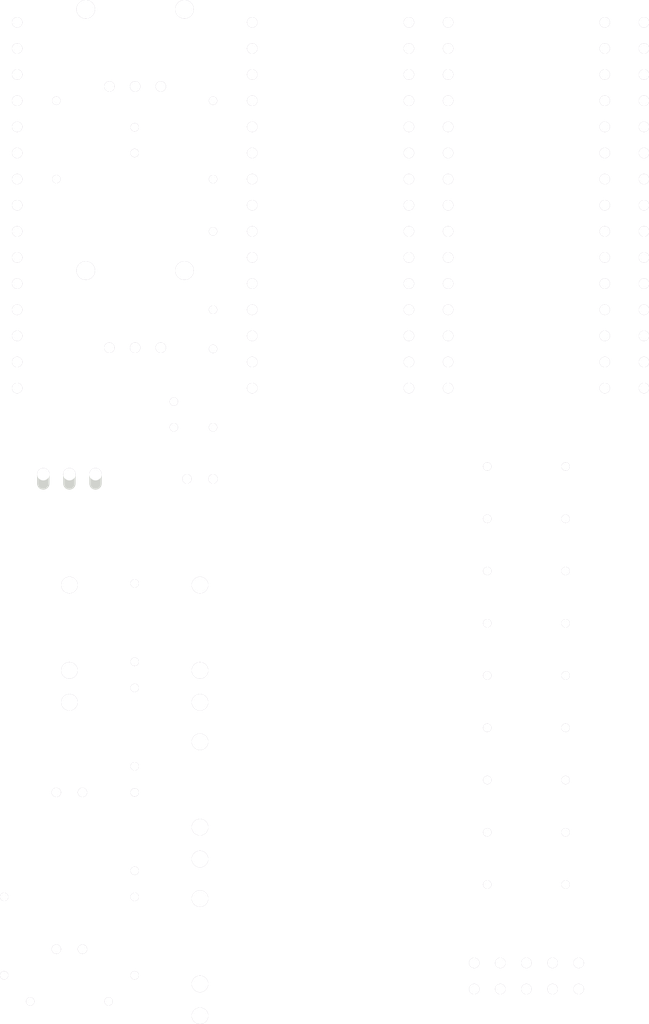
<source format=kicad_pcb>
(kicad_pcb (version 4) (generator "gerbview") (generator_version "8.0")

  (layers 
    (0 F.Cu signal)
    (31 B.Cu signal)
    (32 B.Adhes user)
    (33 F.Adhes user)
    (34 B.Paste user)
    (35 F.Paste user)
    (36 B.SilkS user)
    (37 F.SilkS user)
    (38 B.Mask user)
    (39 F.Mask user)
    (40 Dwgs.User user)
    (41 Cmts.User user)
    (42 Eco1.User user)
    (43 Eco2.User user)
    (44 Edge.Cuts user)
  )

(gr_circle (center 129.54 130.74142) (end 129.94005 130.74142)(layer Edge.Cuts) (width 0) (fill solid) )
(gr_circle (center 129.54 138.36142) (end 129.94005 138.36142)(layer Edge.Cuts) (width 0) (fill solid) )
(gr_circle (center 132.08 140.90142) (end 132.48005 140.90142)(layer Edge.Cuts) (width 0) (fill solid) )
(gr_circle (center 134.62 53.34) (end 135.02005 53.34)(layer Edge.Cuts) (width 0) (fill solid) )
(gr_circle (center 134.62 60.96) (end 135.02005 60.96)(layer Edge.Cuts) (width 0) (fill solid) )
(gr_circle (center 139.7 140.90142) (end 140.10005 140.90142)(layer Edge.Cuts) (width 0) (fill solid) )
(gr_circle (center 142.24 55.92064) (end 142.64005 55.92064)(layer Edge.Cuts) (width 0) (fill solid) )
(gr_circle (center 142.24 58.42) (end 142.64005 58.42)(layer Edge.Cuts) (width 0) (fill solid) )
(gr_circle (center 142.24 100.26142) (end 142.64005 100.26142)(layer Edge.Cuts) (width 0) (fill solid) )
(gr_circle (center 142.24 107.88142) (end 142.64005 107.88142)(layer Edge.Cuts) (width 0) (fill solid) )
(gr_circle (center 142.24 110.42142) (end 142.64005 110.42142)(layer Edge.Cuts) (width 0) (fill solid) )
(gr_circle (center 142.24 118.04142) (end 142.64005 118.04142)(layer Edge.Cuts) (width 0) (fill solid) )
(gr_circle (center 142.24 120.58142) (end 142.64005 120.58142)(layer Edge.Cuts) (width 0) (fill solid) )
(gr_circle (center 142.24 128.20142) (end 142.64005 128.20142)(layer Edge.Cuts) (width 0) (fill solid) )
(gr_circle (center 142.24 130.74142) (end 142.64005 130.74142)(layer Edge.Cuts) (width 0) (fill solid) )
(gr_circle (center 142.24 138.36142) (end 142.64005 138.36142)(layer Edge.Cuts) (width 0) (fill solid) )
(gr_circle (center 146.05 82.59064) (end 146.45005 82.59064)(layer Edge.Cuts) (width 0) (fill solid) )
(gr_circle (center 146.05 85.09) (end 146.45005 85.09)(layer Edge.Cuts) (width 0) (fill solid) )
(gr_circle (center 149.86 53.34) (end 150.26005 53.34)(layer Edge.Cuts) (width 0) (fill solid) )
(gr_circle (center 149.86 60.96) (end 150.26005 60.96)(layer Edge.Cuts) (width 0) (fill solid) )
(gr_circle (center 149.86 66.04) (end 150.26005 66.04)(layer Edge.Cuts) (width 0) (fill solid) )
(gr_circle (center 149.86 73.66) (end 150.26005 73.66)(layer Edge.Cuts) (width 0) (fill solid) )
(gr_circle (center 149.86 77.47) (end 150.26005 77.47)(layer Edge.Cuts) (width 0) (fill solid) )
(gr_circle (center 149.86 85.09) (end 150.26005 85.09)(layer Edge.Cuts) (width 0) (fill solid) )
(gr_circle (center 176.53 88.9) (end 176.93005 88.9)(layer Edge.Cuts) (width 0) (fill solid) )
(gr_circle (center 176.53 93.98) (end 176.93005 93.98)(layer Edge.Cuts) (width 0) (fill solid) )
(gr_circle (center 176.53 99.06) (end 176.93005 99.06)(layer Edge.Cuts) (width 0) (fill solid) )
(gr_circle (center 176.53 104.14) (end 176.93005 104.14)(layer Edge.Cuts) (width 0) (fill solid) )
(gr_circle (center 176.53 109.22) (end 176.93005 109.22)(layer Edge.Cuts) (width 0) (fill solid) )
(gr_circle (center 176.53 114.3) (end 176.93005 114.3)(layer Edge.Cuts) (width 0) (fill solid) )
(gr_circle (center 176.53 119.38) (end 176.93005 119.38)(layer Edge.Cuts) (width 0) (fill solid) )
(gr_circle (center 176.53 124.46) (end 176.93005 124.46)(layer Edge.Cuts) (width 0) (fill solid) )
(gr_circle (center 176.53 129.54) (end 176.93005 129.54)(layer Edge.Cuts) (width 0) (fill solid) )
(gr_circle (center 184.15 88.9) (end 184.55005 88.9)(layer Edge.Cuts) (width 0) (fill solid) )
(gr_circle (center 184.15 93.98) (end 184.55005 93.98)(layer Edge.Cuts) (width 0) (fill solid) )
(gr_circle (center 184.15 99.06) (end 184.55005 99.06)(layer Edge.Cuts) (width 0) (fill solid) )
(gr_circle (center 184.15 104.14) (end 184.55005 104.14)(layer Edge.Cuts) (width 0) (fill solid) )
(gr_circle (center 184.15 109.22) (end 184.55005 109.22)(layer Edge.Cuts) (width 0) (fill solid) )
(gr_circle (center 184.15 114.3) (end 184.55005 114.3)(layer Edge.Cuts) (width 0) (fill solid) )
(gr_circle (center 184.15 119.38) (end 184.55005 119.38)(layer Edge.Cuts) (width 0) (fill solid) )
(gr_circle (center 184.15 124.46) (end 184.55005 124.46)(layer Edge.Cuts) (width 0) (fill solid) )
(gr_circle (center 184.15 129.54) (end 184.55005 129.54)(layer Edge.Cuts) (width 0) (fill solid) )
(gr_circle (center 134.62 120.58142) (end 135.06958 120.58142)(layer Edge.Cuts) (width 0) (fill solid) )
(gr_circle (center 134.62 135.82142) (end 135.06958 135.82142)(layer Edge.Cuts) (width 0) (fill solid) )
(gr_circle (center 137.16 120.58142) (end 137.60958 120.58142)(layer Edge.Cuts) (width 0) (fill solid) )
(gr_circle (center 137.16 135.82142) (end 137.60958 135.82142)(layer Edge.Cuts) (width 0) (fill solid) )
(gr_circle (center 147.32 90.10142) (end 147.76958 90.10142)(layer Edge.Cuts) (width 0) (fill solid) )
(gr_circle (center 149.86 90.10142) (end 150.30958 90.10142)(layer Edge.Cuts) (width 0) (fill solid) )
(gr_circle (center 130.81 45.72) (end 131.31038 45.72)(layer Edge.Cuts) (width 0) (fill solid) )
(gr_circle (center 130.81 48.26) (end 131.31038 48.26)(layer Edge.Cuts) (width 0) (fill solid) )
(gr_circle (center 130.81 50.8) (end 131.31038 50.8)(layer Edge.Cuts) (width 0) (fill solid) )
(gr_circle (center 130.81 53.34) (end 131.31038 53.34)(layer Edge.Cuts) (width 0) (fill solid) )
(gr_circle (center 130.81 55.88) (end 131.31038 55.88)(layer Edge.Cuts) (width 0) (fill solid) )
(gr_circle (center 130.81 58.42) (end 131.31038 58.42)(layer Edge.Cuts) (width 0) (fill solid) )
(gr_circle (center 130.81 60.96) (end 131.31038 60.96)(layer Edge.Cuts) (width 0) (fill solid) )
(gr_circle (center 130.81 63.5) (end 131.31038 63.5)(layer Edge.Cuts) (width 0) (fill solid) )
(gr_circle (center 130.81 66.04) (end 131.31038 66.04)(layer Edge.Cuts) (width 0) (fill solid) )
(gr_circle (center 130.81 68.58) (end 131.31038 68.58)(layer Edge.Cuts) (width 0) (fill solid) )
(gr_circle (center 130.81 71.12) (end 131.31038 71.12)(layer Edge.Cuts) (width 0) (fill solid) )
(gr_circle (center 130.81 73.66) (end 131.31038 73.66)(layer Edge.Cuts) (width 0) (fill solid) )
(gr_circle (center 130.81 76.2) (end 131.31038 76.2)(layer Edge.Cuts) (width 0) (fill solid) )
(gr_circle (center 130.81 78.74) (end 131.31038 78.74)(layer Edge.Cuts) (width 0) (fill solid) )
(gr_circle (center 130.81 81.28) (end 131.31038 81.28)(layer Edge.Cuts) (width 0) (fill solid) )
(gr_circle (center 139.77874 51.95062) (end 140.27912 51.95062)(layer Edge.Cuts) (width 0) (fill solid) )
(gr_circle (center 139.77874 77.35062) (end 140.27912 77.35062)(layer Edge.Cuts) (width 0) (fill solid) )
(gr_circle (center 142.28064 51.95062) (end 142.78102 51.95062)(layer Edge.Cuts) (width 0) (fill solid) )
(gr_circle (center 142.28064 77.35062) (end 142.78102 77.35062)(layer Edge.Cuts) (width 0) (fill solid) )
(gr_circle (center 144.78 51.95062) (end 145.28038 51.95062)(layer Edge.Cuts) (width 0) (fill solid) )
(gr_circle (center 144.78 77.35062) (end 145.28038 77.35062)(layer Edge.Cuts) (width 0) (fill solid) )
(gr_circle (center 153.67 45.72) (end 154.17038 45.72)(layer Edge.Cuts) (width 0) (fill solid) )
(gr_circle (center 153.67 48.26) (end 154.17038 48.26)(layer Edge.Cuts) (width 0) (fill solid) )
(gr_circle (center 153.67 50.8) (end 154.17038 50.8)(layer Edge.Cuts) (width 0) (fill solid) )
(gr_circle (center 153.67 53.34) (end 154.17038 53.34)(layer Edge.Cuts) (width 0) (fill solid) )
(gr_circle (center 153.67 55.88) (end 154.17038 55.88)(layer Edge.Cuts) (width 0) (fill solid) )
(gr_circle (center 153.67 58.42) (end 154.17038 58.42)(layer Edge.Cuts) (width 0) (fill solid) )
(gr_circle (center 153.67 60.96) (end 154.17038 60.96)(layer Edge.Cuts) (width 0) (fill solid) )
(gr_circle (center 153.67 63.5) (end 154.17038 63.5)(layer Edge.Cuts) (width 0) (fill solid) )
(gr_circle (center 153.67 66.04) (end 154.17038 66.04)(layer Edge.Cuts) (width 0) (fill solid) )
(gr_circle (center 153.67 68.58) (end 154.17038 68.58)(layer Edge.Cuts) (width 0) (fill solid) )
(gr_circle (center 153.67 71.12) (end 154.17038 71.12)(layer Edge.Cuts) (width 0) (fill solid) )
(gr_circle (center 153.67 73.66) (end 154.17038 73.66)(layer Edge.Cuts) (width 0) (fill solid) )
(gr_circle (center 153.67 76.2) (end 154.17038 76.2)(layer Edge.Cuts) (width 0) (fill solid) )
(gr_circle (center 153.67 78.74) (end 154.17038 78.74)(layer Edge.Cuts) (width 0) (fill solid) )
(gr_circle (center 153.67 81.28) (end 154.17038 81.28)(layer Edge.Cuts) (width 0) (fill solid) )
(gr_circle (center 168.91 45.72) (end 169.41038 45.72)(layer Edge.Cuts) (width 0) (fill solid) )
(gr_circle (center 168.91 48.26) (end 169.41038 48.26)(layer Edge.Cuts) (width 0) (fill solid) )
(gr_circle (center 168.91 50.8) (end 169.41038 50.8)(layer Edge.Cuts) (width 0) (fill solid) )
(gr_circle (center 168.91 53.34) (end 169.41038 53.34)(layer Edge.Cuts) (width 0) (fill solid) )
(gr_circle (center 168.91 55.88) (end 169.41038 55.88)(layer Edge.Cuts) (width 0) (fill solid) )
(gr_circle (center 168.91 58.42) (end 169.41038 58.42)(layer Edge.Cuts) (width 0) (fill solid) )
(gr_circle (center 168.91 60.96) (end 169.41038 60.96)(layer Edge.Cuts) (width 0) (fill solid) )
(gr_circle (center 168.91 63.5) (end 169.41038 63.5)(layer Edge.Cuts) (width 0) (fill solid) )
(gr_circle (center 168.91 66.04) (end 169.41038 66.04)(layer Edge.Cuts) (width 0) (fill solid) )
(gr_circle (center 168.91 68.58) (end 169.41038 68.58)(layer Edge.Cuts) (width 0) (fill solid) )
(gr_circle (center 168.91 71.12) (end 169.41038 71.12)(layer Edge.Cuts) (width 0) (fill solid) )
(gr_circle (center 168.91 73.66) (end 169.41038 73.66)(layer Edge.Cuts) (width 0) (fill solid) )
(gr_circle (center 168.91 76.2) (end 169.41038 76.2)(layer Edge.Cuts) (width 0) (fill solid) )
(gr_circle (center 168.91 78.74) (end 169.41038 78.74)(layer Edge.Cuts) (width 0) (fill solid) )
(gr_circle (center 168.91 81.28) (end 169.41038 81.28)(layer Edge.Cuts) (width 0) (fill solid) )
(gr_circle (center 172.72 45.72) (end 173.22038 45.72)(layer Edge.Cuts) (width 0) (fill solid) )
(gr_circle (center 172.72 48.26) (end 173.22038 48.26)(layer Edge.Cuts) (width 0) (fill solid) )
(gr_circle (center 172.72 50.8) (end 173.22038 50.8)(layer Edge.Cuts) (width 0) (fill solid) )
(gr_circle (center 172.72 53.34) (end 173.22038 53.34)(layer Edge.Cuts) (width 0) (fill solid) )
(gr_circle (center 172.72 55.88) (end 173.22038 55.88)(layer Edge.Cuts) (width 0) (fill solid) )
(gr_circle (center 172.72 58.42) (end 173.22038 58.42)(layer Edge.Cuts) (width 0) (fill solid) )
(gr_circle (center 172.72 60.96) (end 173.22038 60.96)(layer Edge.Cuts) (width 0) (fill solid) )
(gr_circle (center 172.72 63.5) (end 173.22038 63.5)(layer Edge.Cuts) (width 0) (fill solid) )
(gr_circle (center 172.72 66.04) (end 173.22038 66.04)(layer Edge.Cuts) (width 0) (fill solid) )
(gr_circle (center 172.72 68.58) (end 173.22038 68.58)(layer Edge.Cuts) (width 0) (fill solid) )
(gr_circle (center 172.72 71.12) (end 173.22038 71.12)(layer Edge.Cuts) (width 0) (fill solid) )
(gr_circle (center 172.72 73.66) (end 173.22038 73.66)(layer Edge.Cuts) (width 0) (fill solid) )
(gr_circle (center 172.72 76.2) (end 173.22038 76.2)(layer Edge.Cuts) (width 0) (fill solid) )
(gr_circle (center 172.72 78.74) (end 173.22038 78.74)(layer Edge.Cuts) (width 0) (fill solid) )
(gr_circle (center 172.72 81.28) (end 173.22038 81.28)(layer Edge.Cuts) (width 0) (fill solid) )
(gr_circle (center 175.26 137.16) (end 175.76038 137.16)(layer Edge.Cuts) (width 0) (fill solid) )
(gr_circle (center 175.26 139.7) (end 175.76038 139.7)(layer Edge.Cuts) (width 0) (fill solid) )
(gr_circle (center 177.8 137.16) (end 178.30038 137.16)(layer Edge.Cuts) (width 0) (fill solid) )
(gr_circle (center 177.8 139.7) (end 178.30038 139.7)(layer Edge.Cuts) (width 0) (fill solid) )
(gr_circle (center 180.34 137.16) (end 180.84038 137.16)(layer Edge.Cuts) (width 0) (fill solid) )
(gr_circle (center 180.34 139.7) (end 180.84038 139.7)(layer Edge.Cuts) (width 0) (fill solid) )
(gr_circle (center 182.88 137.16) (end 183.38038 137.16)(layer Edge.Cuts) (width 0) (fill solid) )
(gr_circle (center 182.88 139.7) (end 183.38038 139.7)(layer Edge.Cuts) (width 0) (fill solid) )
(gr_circle (center 185.42 137.16) (end 185.92038 137.16)(layer Edge.Cuts) (width 0) (fill solid) )
(gr_circle (center 185.42 139.7) (end 185.92038 139.7)(layer Edge.Cuts) (width 0) (fill solid) )
(gr_circle (center 187.96 45.72) (end 188.46038 45.72)(layer Edge.Cuts) (width 0) (fill solid) )
(gr_circle (center 187.96 48.26) (end 188.46038 48.26)(layer Edge.Cuts) (width 0) (fill solid) )
(gr_circle (center 187.96 50.8) (end 188.46038 50.8)(layer Edge.Cuts) (width 0) (fill solid) )
(gr_circle (center 187.96 53.34) (end 188.46038 53.34)(layer Edge.Cuts) (width 0) (fill solid) )
(gr_circle (center 187.96 55.88) (end 188.46038 55.88)(layer Edge.Cuts) (width 0) (fill solid) )
(gr_circle (center 187.96 58.42) (end 188.46038 58.42)(layer Edge.Cuts) (width 0) (fill solid) )
(gr_circle (center 187.96 60.96) (end 188.46038 60.96)(layer Edge.Cuts) (width 0) (fill solid) )
(gr_circle (center 187.96 63.5) (end 188.46038 63.5)(layer Edge.Cuts) (width 0) (fill solid) )
(gr_circle (center 187.96 66.04) (end 188.46038 66.04)(layer Edge.Cuts) (width 0) (fill solid) )
(gr_circle (center 187.96 68.58) (end 188.46038 68.58)(layer Edge.Cuts) (width 0) (fill solid) )
(gr_circle (center 187.96 71.12) (end 188.46038 71.12)(layer Edge.Cuts) (width 0) (fill solid) )
(gr_circle (center 187.96 73.66) (end 188.46038 73.66)(layer Edge.Cuts) (width 0) (fill solid) )
(gr_circle (center 187.96 76.2) (end 188.46038 76.2)(layer Edge.Cuts) (width 0) (fill solid) )
(gr_circle (center 187.96 78.74) (end 188.46038 78.74)(layer Edge.Cuts) (width 0) (fill solid) )
(gr_circle (center 187.96 81.28) (end 188.46038 81.28)(layer Edge.Cuts) (width 0) (fill solid) )
(gr_circle (center 191.77 45.72) (end 192.27038 45.72)(layer Edge.Cuts) (width 0) (fill solid) )
(gr_circle (center 191.77 48.26) (end 192.27038 48.26)(layer Edge.Cuts) (width 0) (fill solid) )
(gr_circle (center 191.77 50.8) (end 192.27038 50.8)(layer Edge.Cuts) (width 0) (fill solid) )
(gr_circle (center 191.77 53.34) (end 192.27038 53.34)(layer Edge.Cuts) (width 0) (fill solid) )
(gr_circle (center 191.77 55.88) (end 192.27038 55.88)(layer Edge.Cuts) (width 0) (fill solid) )
(gr_circle (center 191.77 58.42) (end 192.27038 58.42)(layer Edge.Cuts) (width 0) (fill solid) )
(gr_circle (center 191.77 60.96) (end 192.27038 60.96)(layer Edge.Cuts) (width 0) (fill solid) )
(gr_circle (center 191.77 63.5) (end 192.27038 63.5)(layer Edge.Cuts) (width 0) (fill solid) )
(gr_circle (center 191.77 66.04) (end 192.27038 66.04)(layer Edge.Cuts) (width 0) (fill solid) )
(gr_circle (center 191.77 68.58) (end 192.27038 68.58)(layer Edge.Cuts) (width 0) (fill solid) )
(gr_circle (center 191.77 71.12) (end 192.27038 71.12)(layer Edge.Cuts) (width 0) (fill solid) )
(gr_circle (center 191.77 73.66) (end 192.27038 73.66)(layer Edge.Cuts) (width 0) (fill solid) )
(gr_circle (center 191.77 76.2) (end 192.27038 76.2)(layer Edge.Cuts) (width 0) (fill solid) )
(gr_circle (center 191.77 78.74) (end 192.27038 78.74)(layer Edge.Cuts) (width 0) (fill solid) )
(gr_circle (center 191.77 81.28) (end 192.27038 81.28)(layer Edge.Cuts) (width 0) (fill solid) )
(gr_circle (center 135.89 100.42144) (end 136.6901 100.42144)(layer Edge.Cuts) (width 0) (fill solid) )
(gr_circle (center 135.89 108.72216) (end 136.6901 108.72216)(layer Edge.Cuts) (width 0) (fill solid) )
(gr_circle (center 135.89 111.82096) (end 136.6901 111.82096)(layer Edge.Cuts) (width 0) (fill solid) )
(gr_circle (center 148.59 100.42144) (end 149.3901 100.42144)(layer Edge.Cuts) (width 0) (fill solid) )
(gr_circle (center 148.59 108.72216) (end 149.3901 108.72216)(layer Edge.Cuts) (width 0) (fill solid) )
(gr_circle (center 148.59 111.82096) (end 149.3901 111.82096)(layer Edge.Cuts) (width 0) (fill solid) )
(gr_circle (center 148.59 115.66144) (end 149.3901 115.66144)(layer Edge.Cuts) (width 0) (fill solid) )
(gr_circle (center 148.59 123.96216) (end 149.3901 123.96216)(layer Edge.Cuts) (width 0) (fill solid) )
(gr_circle (center 148.59 127.06096) (end 149.3901 127.06096)(layer Edge.Cuts) (width 0) (fill solid) )
(gr_circle (center 148.59 130.90144) (end 149.3901 130.90144)(layer Edge.Cuts) (width 0) (fill solid) )
(gr_circle (center 148.59 139.20216) (end 149.3901 139.20216)(layer Edge.Cuts) (width 0) (fill solid) )
(gr_circle (center 148.59 142.30096) (end 149.3901 142.30096)(layer Edge.Cuts) (width 0) (fill solid) )
(gr_circle (center 137.48004 44.45) (end 138.38047 44.45)(layer Edge.Cuts) (width 0) (fill solid) )
(gr_circle (center 137.48004 69.85) (end 138.38047 69.85)(layer Edge.Cuts) (width 0) (fill solid) )
(gr_circle (center 147.08124 44.45) (end 147.98167 44.45)(layer Edge.Cuts) (width 0) (fill solid) )
(gr_circle (center 147.08124 69.85) (end 147.98167 69.85)(layer Edge.Cuts) (width 0) (fill solid) )
(gr_line (start 133.35 89.65184) (end 133.35 90.551) (layer Edge.Cuts) (width 1.19888))
(gr_line (start 135.89 89.65184) (end 135.89 90.551) (layer Edge.Cuts) (width 1.19888))
(gr_line (start 138.43 89.65184) (end 138.43 90.551) (layer Edge.Cuts) (width 1.19888))
 (via (at 129.54 130.74142) (size 0.80011) (drill 0.8001) (layers F.Cu B.Cu))
 (via (at 129.54 138.36142) (size 0.80011) (drill 0.8001) (layers F.Cu B.Cu))
 (via (at 132.08 140.90142) (size 0.80011) (drill 0.8001) (layers F.Cu B.Cu))
 (via (at 134.62 53.34) (size 0.80011) (drill 0.8001) (layers F.Cu B.Cu))
 (via (at 134.62 60.96) (size 0.80011) (drill 0.8001) (layers F.Cu B.Cu))
 (via (at 139.7 140.90142) (size 0.80011) (drill 0.8001) (layers F.Cu B.Cu))
 (via (at 142.24 55.92064) (size 0.80011) (drill 0.8001) (layers F.Cu B.Cu))
 (via (at 142.24 58.42) (size 0.80011) (drill 0.8001) (layers F.Cu B.Cu))
 (via (at 142.24 100.26142) (size 0.80011) (drill 0.8001) (layers F.Cu B.Cu))
 (via (at 142.24 107.88142) (size 0.80011) (drill 0.8001) (layers F.Cu B.Cu))
 (via (at 142.24 110.42142) (size 0.80011) (drill 0.8001) (layers F.Cu B.Cu))
 (via (at 142.24 118.04142) (size 0.80011) (drill 0.8001) (layers F.Cu B.Cu))
 (via (at 142.24 120.58142) (size 0.80011) (drill 0.8001) (layers F.Cu B.Cu))
 (via (at 142.24 128.20142) (size 0.80011) (drill 0.8001) (layers F.Cu B.Cu))
 (via (at 142.24 130.74142) (size 0.80011) (drill 0.8001) (layers F.Cu B.Cu))
 (via (at 142.24 138.36142) (size 0.80011) (drill 0.8001) (layers F.Cu B.Cu))
 (via (at 146.05 82.59064) (size 0.80011) (drill 0.8001) (layers F.Cu B.Cu))
 (via (at 146.05 85.09) (size 0.80011) (drill 0.8001) (layers F.Cu B.Cu))
 (via (at 149.86 53.34) (size 0.80011) (drill 0.8001) (layers F.Cu B.Cu))
 (via (at 149.86 60.96) (size 0.80011) (drill 0.8001) (layers F.Cu B.Cu))
 (via (at 149.86 66.04) (size 0.80011) (drill 0.8001) (layers F.Cu B.Cu))
 (via (at 149.86 73.66) (size 0.80011) (drill 0.8001) (layers F.Cu B.Cu))
 (via (at 149.86 77.47) (size 0.80011) (drill 0.8001) (layers F.Cu B.Cu))
 (via (at 149.86 85.09) (size 0.80011) (drill 0.8001) (layers F.Cu B.Cu))
 (via (at 176.53 88.9) (size 0.80011) (drill 0.8001) (layers F.Cu B.Cu))
 (via (at 176.53 93.98) (size 0.80011) (drill 0.8001) (layers F.Cu B.Cu))
 (via (at 176.53 99.06) (size 0.80011) (drill 0.8001) (layers F.Cu B.Cu))
 (via (at 176.53 104.14) (size 0.80011) (drill 0.8001) (layers F.Cu B.Cu))
 (via (at 176.53 109.22) (size 0.80011) (drill 0.8001) (layers F.Cu B.Cu))
 (via (at 176.53 114.3) (size 0.80011) (drill 0.8001) (layers F.Cu B.Cu))
 (via (at 176.53 119.38) (size 0.80011) (drill 0.8001) (layers F.Cu B.Cu))
 (via (at 176.53 124.46) (size 0.80011) (drill 0.8001) (layers F.Cu B.Cu))
 (via (at 176.53 129.54) (size 0.80011) (drill 0.8001) (layers F.Cu B.Cu))
 (via (at 184.15 88.9) (size 0.80011) (drill 0.8001) (layers F.Cu B.Cu))
 (via (at 184.15 93.98) (size 0.80011) (drill 0.8001) (layers F.Cu B.Cu))
 (via (at 184.15 99.06) (size 0.80011) (drill 0.8001) (layers F.Cu B.Cu))
 (via (at 184.15 104.14) (size 0.80011) (drill 0.8001) (layers F.Cu B.Cu))
 (via (at 184.15 109.22) (size 0.80011) (drill 0.8001) (layers F.Cu B.Cu))
 (via (at 184.15 114.3) (size 0.80011) (drill 0.8001) (layers F.Cu B.Cu))
 (via (at 184.15 119.38) (size 0.80011) (drill 0.8001) (layers F.Cu B.Cu))
 (via (at 184.15 124.46) (size 0.80011) (drill 0.8001) (layers F.Cu B.Cu))
 (via (at 184.15 129.54) (size 0.80011) (drill 0.8001) (layers F.Cu B.Cu))
 (via (at 134.62 120.58142) (size 0.89917) (drill 0.89916) (layers F.Cu B.Cu))
 (via (at 134.62 135.82142) (size 0.89917) (drill 0.89916) (layers F.Cu B.Cu))
 (via (at 137.16 120.58142) (size 0.89917) (drill 0.89916) (layers F.Cu B.Cu))
 (via (at 137.16 135.82142) (size 0.89917) (drill 0.89916) (layers F.Cu B.Cu))
 (via (at 147.32 90.10142) (size 0.89917) (drill 0.89916) (layers F.Cu B.Cu))
 (via (at 149.86 90.10142) (size 0.89917) (drill 0.89916) (layers F.Cu B.Cu))
 (via (at 130.81 45.72) (size 1.00077) (drill 1.00076) (layers F.Cu B.Cu))
 (via (at 130.81 48.26) (size 1.00077) (drill 1.00076) (layers F.Cu B.Cu))
 (via (at 130.81 50.8) (size 1.00077) (drill 1.00076) (layers F.Cu B.Cu))
 (via (at 130.81 53.34) (size 1.00077) (drill 1.00076) (layers F.Cu B.Cu))
 (via (at 130.81 55.88) (size 1.00077) (drill 1.00076) (layers F.Cu B.Cu))
 (via (at 130.81 58.42) (size 1.00077) (drill 1.00076) (layers F.Cu B.Cu))
 (via (at 130.81 60.96) (size 1.00077) (drill 1.00076) (layers F.Cu B.Cu))
 (via (at 130.81 63.5) (size 1.00077) (drill 1.00076) (layers F.Cu B.Cu))
 (via (at 130.81 66.04) (size 1.00077) (drill 1.00076) (layers F.Cu B.Cu))
 (via (at 130.81 68.58) (size 1.00077) (drill 1.00076) (layers F.Cu B.Cu))
 (via (at 130.81 71.12) (size 1.00077) (drill 1.00076) (layers F.Cu B.Cu))
 (via (at 130.81 73.66) (size 1.00077) (drill 1.00076) (layers F.Cu B.Cu))
 (via (at 130.81 76.2) (size 1.00077) (drill 1.00076) (layers F.Cu B.Cu))
 (via (at 130.81 78.74) (size 1.00077) (drill 1.00076) (layers F.Cu B.Cu))
 (via (at 130.81 81.28) (size 1.00077) (drill 1.00076) (layers F.Cu B.Cu))
 (via (at 139.77874 51.95062) (size 1.00077) (drill 1.00076) (layers F.Cu B.Cu))
 (via (at 139.77874 77.35062) (size 1.00077) (drill 1.00076) (layers F.Cu B.Cu))
 (via (at 142.28064 51.95062) (size 1.00077) (drill 1.00076) (layers F.Cu B.Cu))
 (via (at 142.28064 77.35062) (size 1.00077) (drill 1.00076) (layers F.Cu B.Cu))
 (via (at 144.78 51.95062) (size 1.00077) (drill 1.00076) (layers F.Cu B.Cu))
 (via (at 144.78 77.35062) (size 1.00077) (drill 1.00076) (layers F.Cu B.Cu))
 (via (at 153.67 45.72) (size 1.00077) (drill 1.00076) (layers F.Cu B.Cu))
 (via (at 153.67 48.26) (size 1.00077) (drill 1.00076) (layers F.Cu B.Cu))
 (via (at 153.67 50.8) (size 1.00077) (drill 1.00076) (layers F.Cu B.Cu))
 (via (at 153.67 53.34) (size 1.00077) (drill 1.00076) (layers F.Cu B.Cu))
 (via (at 153.67 55.88) (size 1.00077) (drill 1.00076) (layers F.Cu B.Cu))
 (via (at 153.67 58.42) (size 1.00077) (drill 1.00076) (layers F.Cu B.Cu))
 (via (at 153.67 60.96) (size 1.00077) (drill 1.00076) (layers F.Cu B.Cu))
 (via (at 153.67 63.5) (size 1.00077) (drill 1.00076) (layers F.Cu B.Cu))
 (via (at 153.67 66.04) (size 1.00077) (drill 1.00076) (layers F.Cu B.Cu))
 (via (at 153.67 68.58) (size 1.00077) (drill 1.00076) (layers F.Cu B.Cu))
 (via (at 153.67 71.12) (size 1.00077) (drill 1.00076) (layers F.Cu B.Cu))
 (via (at 153.67 73.66) (size 1.00077) (drill 1.00076) (layers F.Cu B.Cu))
 (via (at 153.67 76.2) (size 1.00077) (drill 1.00076) (layers F.Cu B.Cu))
 (via (at 153.67 78.74) (size 1.00077) (drill 1.00076) (layers F.Cu B.Cu))
 (via (at 153.67 81.28) (size 1.00077) (drill 1.00076) (layers F.Cu B.Cu))
 (via (at 168.91 45.72) (size 1.00077) (drill 1.00076) (layers F.Cu B.Cu))
 (via (at 168.91 48.26) (size 1.00077) (drill 1.00076) (layers F.Cu B.Cu))
 (via (at 168.91 50.8) (size 1.00077) (drill 1.00076) (layers F.Cu B.Cu))
 (via (at 168.91 53.34) (size 1.00077) (drill 1.00076) (layers F.Cu B.Cu))
 (via (at 168.91 55.88) (size 1.00077) (drill 1.00076) (layers F.Cu B.Cu))
 (via (at 168.91 58.42) (size 1.00077) (drill 1.00076) (layers F.Cu B.Cu))
 (via (at 168.91 60.96) (size 1.00077) (drill 1.00076) (layers F.Cu B.Cu))
 (via (at 168.91 63.5) (size 1.00077) (drill 1.00076) (layers F.Cu B.Cu))
 (via (at 168.91 66.04) (size 1.00077) (drill 1.00076) (layers F.Cu B.Cu))
 (via (at 168.91 68.58) (size 1.00077) (drill 1.00076) (layers F.Cu B.Cu))
 (via (at 168.91 71.12) (size 1.00077) (drill 1.00076) (layers F.Cu B.Cu))
 (via (at 168.91 73.66) (size 1.00077) (drill 1.00076) (layers F.Cu B.Cu))
 (via (at 168.91 76.2) (size 1.00077) (drill 1.00076) (layers F.Cu B.Cu))
 (via (at 168.91 78.74) (size 1.00077) (drill 1.00076) (layers F.Cu B.Cu))
 (via (at 168.91 81.28) (size 1.00077) (drill 1.00076) (layers F.Cu B.Cu))
 (via (at 172.72 45.72) (size 1.00077) (drill 1.00076) (layers F.Cu B.Cu))
 (via (at 172.72 48.26) (size 1.00077) (drill 1.00076) (layers F.Cu B.Cu))
 (via (at 172.72 50.8) (size 1.00077) (drill 1.00076) (layers F.Cu B.Cu))
 (via (at 172.72 53.34) (size 1.00077) (drill 1.00076) (layers F.Cu B.Cu))
 (via (at 172.72 55.88) (size 1.00077) (drill 1.00076) (layers F.Cu B.Cu))
 (via (at 172.72 58.42) (size 1.00077) (drill 1.00076) (layers F.Cu B.Cu))
 (via (at 172.72 60.96) (size 1.00077) (drill 1.00076) (layers F.Cu B.Cu))
 (via (at 172.72 63.5) (size 1.00077) (drill 1.00076) (layers F.Cu B.Cu))
 (via (at 172.72 66.04) (size 1.00077) (drill 1.00076) (layers F.Cu B.Cu))
 (via (at 172.72 68.58) (size 1.00077) (drill 1.00076) (layers F.Cu B.Cu))
 (via (at 172.72 71.12) (size 1.00077) (drill 1.00076) (layers F.Cu B.Cu))
 (via (at 172.72 73.66) (size 1.00077) (drill 1.00076) (layers F.Cu B.Cu))
 (via (at 172.72 76.2) (size 1.00077) (drill 1.00076) (layers F.Cu B.Cu))
 (via (at 172.72 78.74) (size 1.00077) (drill 1.00076) (layers F.Cu B.Cu))
 (via (at 172.72 81.28) (size 1.00077) (drill 1.00076) (layers F.Cu B.Cu))
 (via (at 175.26 137.16) (size 1.00077) (drill 1.00076) (layers F.Cu B.Cu))
 (via (at 175.26 139.7) (size 1.00077) (drill 1.00076) (layers F.Cu B.Cu))
 (via (at 177.8 137.16) (size 1.00077) (drill 1.00076) (layers F.Cu B.Cu))
 (via (at 177.8 139.7) (size 1.00077) (drill 1.00076) (layers F.Cu B.Cu))
 (via (at 180.34 137.16) (size 1.00077) (drill 1.00076) (layers F.Cu B.Cu))
 (via (at 180.34 139.7) (size 1.00077) (drill 1.00076) (layers F.Cu B.Cu))
 (via (at 182.88 137.16) (size 1.00077) (drill 1.00076) (layers F.Cu B.Cu))
 (via (at 182.88 139.7) (size 1.00077) (drill 1.00076) (layers F.Cu B.Cu))
 (via (at 185.42 137.16) (size 1.00077) (drill 1.00076) (layers F.Cu B.Cu))
 (via (at 185.42 139.7) (size 1.00077) (drill 1.00076) (layers F.Cu B.Cu))
 (via (at 187.96 45.72) (size 1.00077) (drill 1.00076) (layers F.Cu B.Cu))
 (via (at 187.96 48.26) (size 1.00077) (drill 1.00076) (layers F.Cu B.Cu))
 (via (at 187.96 50.8) (size 1.00077) (drill 1.00076) (layers F.Cu B.Cu))
 (via (at 187.96 53.34) (size 1.00077) (drill 1.00076) (layers F.Cu B.Cu))
 (via (at 187.96 55.88) (size 1.00077) (drill 1.00076) (layers F.Cu B.Cu))
 (via (at 187.96 58.42) (size 1.00077) (drill 1.00076) (layers F.Cu B.Cu))
 (via (at 187.96 60.96) (size 1.00077) (drill 1.00076) (layers F.Cu B.Cu))
 (via (at 187.96 63.5) (size 1.00077) (drill 1.00076) (layers F.Cu B.Cu))
 (via (at 187.96 66.04) (size 1.00077) (drill 1.00076) (layers F.Cu B.Cu))
 (via (at 187.96 68.58) (size 1.00077) (drill 1.00076) (layers F.Cu B.Cu))
 (via (at 187.96 71.12) (size 1.00077) (drill 1.00076) (layers F.Cu B.Cu))
 (via (at 187.96 73.66) (size 1.00077) (drill 1.00076) (layers F.Cu B.Cu))
 (via (at 187.96 76.2) (size 1.00077) (drill 1.00076) (layers F.Cu B.Cu))
 (via (at 187.96 78.74) (size 1.00077) (drill 1.00076) (layers F.Cu B.Cu))
 (via (at 187.96 81.28) (size 1.00077) (drill 1.00076) (layers F.Cu B.Cu))
 (via (at 191.77 45.72) (size 1.00077) (drill 1.00076) (layers F.Cu B.Cu))
 (via (at 191.77 48.26) (size 1.00077) (drill 1.00076) (layers F.Cu B.Cu))
 (via (at 191.77 50.8) (size 1.00077) (drill 1.00076) (layers F.Cu B.Cu))
 (via (at 191.77 53.34) (size 1.00077) (drill 1.00076) (layers F.Cu B.Cu))
 (via (at 191.77 55.88) (size 1.00077) (drill 1.00076) (layers F.Cu B.Cu))
 (via (at 191.77 58.42) (size 1.00077) (drill 1.00076) (layers F.Cu B.Cu))
 (via (at 191.77 60.96) (size 1.00077) (drill 1.00076) (layers F.Cu B.Cu))
 (via (at 191.77 63.5) (size 1.00077) (drill 1.00076) (layers F.Cu B.Cu))
 (via (at 191.77 66.04) (size 1.00077) (drill 1.00076) (layers F.Cu B.Cu))
 (via (at 191.77 68.58) (size 1.00077) (drill 1.00076) (layers F.Cu B.Cu))
 (via (at 191.77 71.12) (size 1.00077) (drill 1.00076) (layers F.Cu B.Cu))
 (via (at 191.77 73.66) (size 1.00077) (drill 1.00076) (layers F.Cu B.Cu))
 (via (at 191.77 76.2) (size 1.00077) (drill 1.00076) (layers F.Cu B.Cu))
 (via (at 191.77 78.74) (size 1.00077) (drill 1.00076) (layers F.Cu B.Cu))
 (via (at 191.77 81.28) (size 1.00077) (drill 1.00076) (layers F.Cu B.Cu))
 (via (at 135.89 100.42144) (size 1.60021) (drill 1.6002) (layers F.Cu B.Cu))
 (via (at 135.89 108.72216) (size 1.60021) (drill 1.6002) (layers F.Cu B.Cu))
 (via (at 135.89 111.82096) (size 1.60021) (drill 1.6002) (layers F.Cu B.Cu))
 (via (at 148.59 100.42144) (size 1.60021) (drill 1.6002) (layers F.Cu B.Cu))
 (via (at 148.59 108.72216) (size 1.60021) (drill 1.6002) (layers F.Cu B.Cu))
 (via (at 148.59 111.82096) (size 1.60021) (drill 1.6002) (layers F.Cu B.Cu))
 (via (at 148.59 115.66144) (size 1.60021) (drill 1.6002) (layers F.Cu B.Cu))
 (via (at 148.59 123.96216) (size 1.60021) (drill 1.6002) (layers F.Cu B.Cu))
 (via (at 148.59 127.06096) (size 1.60021) (drill 1.6002) (layers F.Cu B.Cu))
 (via (at 148.59 130.90144) (size 1.60021) (drill 1.6002) (layers F.Cu B.Cu))
 (via (at 148.59 139.20216) (size 1.60021) (drill 1.6002) (layers F.Cu B.Cu))
 (via (at 148.59 142.30096) (size 1.60021) (drill 1.6002) (layers F.Cu B.Cu))
 (via (at 137.48004 44.45) (size 1.80087) (drill 1.80086) (layers F.Cu B.Cu))
 (via (at 137.48004 69.85) (size 1.80087) (drill 1.80086) (layers F.Cu B.Cu))
 (via (at 147.08124 44.45) (size 1.80087) (drill 1.80086) (layers F.Cu B.Cu))
 (via (at 147.08124 69.85) (size 1.80087) (drill 1.80086) (layers F.Cu B.Cu))
 (via (at 133.35 89.65184) (size 1.19889) (drill 1.19888) (layers F.Cu B.Cu))
 (via (at 135.89 89.65184) (size 1.19889) (drill 1.19888) (layers F.Cu B.Cu))
 (via (at 138.43 89.65184) (size 1.19889) (drill 1.19888) (layers F.Cu B.Cu))
)

</source>
